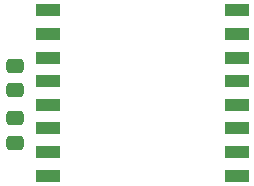
<source format=gbr>
%TF.GenerationSoftware,KiCad,Pcbnew,7.0.1*%
%TF.CreationDate,2023-03-26T17:23:28+02:00*%
%TF.ProjectId,RFM9xW_ANT_PMOD,52464d39-7857-45f4-914e-545f504d4f44,rev?*%
%TF.SameCoordinates,Original*%
%TF.FileFunction,Paste,Top*%
%TF.FilePolarity,Positive*%
%FSLAX46Y46*%
G04 Gerber Fmt 4.6, Leading zero omitted, Abs format (unit mm)*
G04 Created by KiCad (PCBNEW 7.0.1) date 2023-03-26 17:23:28*
%MOMM*%
%LPD*%
G01*
G04 APERTURE LIST*
G04 Aperture macros list*
%AMRoundRect*
0 Rectangle with rounded corners*
0 $1 Rounding radius*
0 $2 $3 $4 $5 $6 $7 $8 $9 X,Y pos of 4 corners*
0 Add a 4 corners polygon primitive as box body*
4,1,4,$2,$3,$4,$5,$6,$7,$8,$9,$2,$3,0*
0 Add four circle primitives for the rounded corners*
1,1,$1+$1,$2,$3*
1,1,$1+$1,$4,$5*
1,1,$1+$1,$6,$7*
1,1,$1+$1,$8,$9*
0 Add four rect primitives between the rounded corners*
20,1,$1+$1,$2,$3,$4,$5,0*
20,1,$1+$1,$4,$5,$6,$7,0*
20,1,$1+$1,$6,$7,$8,$9,0*
20,1,$1+$1,$8,$9,$2,$3,0*%
G04 Aperture macros list end*
%ADD10RoundRect,0.250000X0.475000X-0.337500X0.475000X0.337500X-0.475000X0.337500X-0.475000X-0.337500X0*%
%ADD11R,2.000000X1.000000*%
%ADD12RoundRect,0.250000X-0.475000X0.337500X-0.475000X-0.337500X0.475000X-0.337500X0.475000X0.337500X0*%
G04 APERTURE END LIST*
D10*
%TO.C,C1*%
X126365000Y-49297500D03*
X126365000Y-47222500D03*
%TD*%
D11*
%TO.C,U1*%
X145160000Y-56530000D03*
X145160000Y-54530000D03*
X145160000Y-52530000D03*
X145160000Y-50530000D03*
X145160000Y-48530000D03*
X145160000Y-46530000D03*
X145160000Y-44530000D03*
X145160000Y-42530000D03*
X129160000Y-42530000D03*
X129160000Y-44530000D03*
X129160000Y-46530000D03*
X129160000Y-48530000D03*
X129160000Y-50530000D03*
X129160000Y-52530000D03*
X129160000Y-54530000D03*
X129160000Y-56530000D03*
%TD*%
D12*
%TO.C,C2*%
X126365000Y-51667500D03*
X126365000Y-53742500D03*
%TD*%
M02*

</source>
